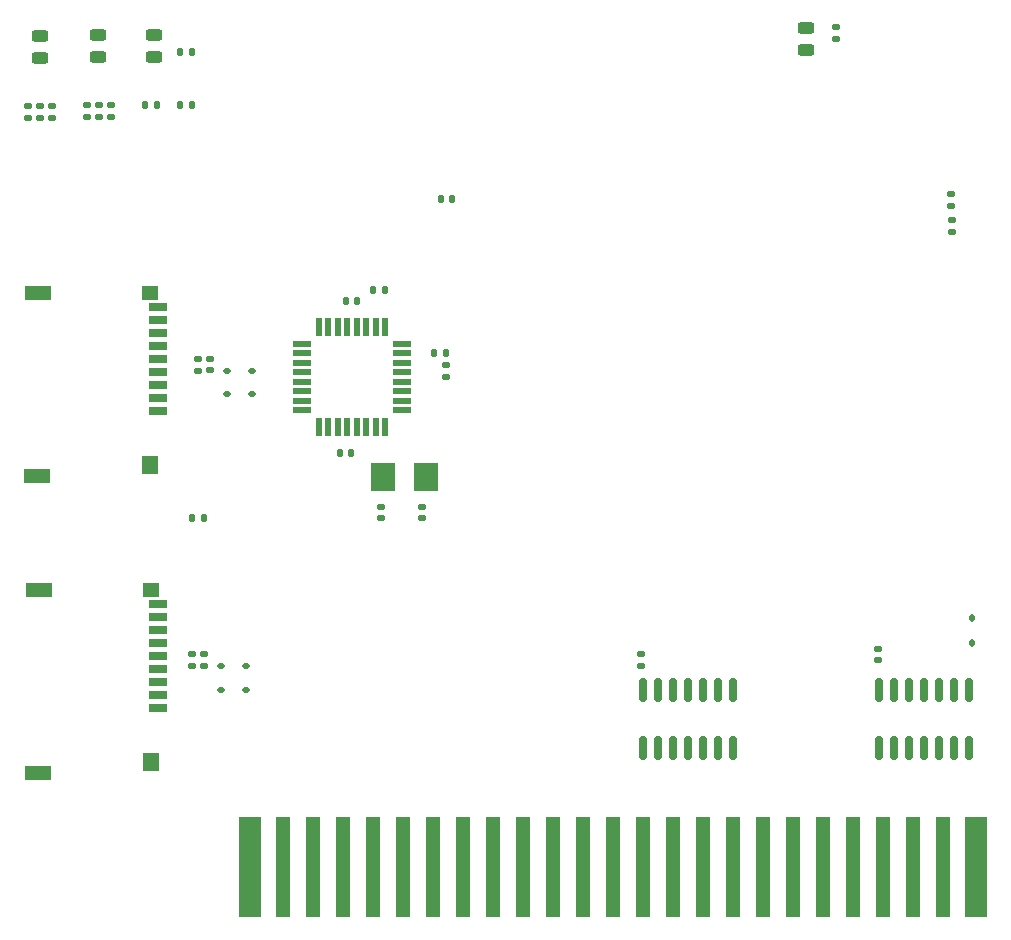
<source format=gtp>
G04 #@! TF.GenerationSoftware,KiCad,Pcbnew,8.0.8*
G04 #@! TF.CreationDate,2025-02-14T11:24:39-05:00*
G04 #@! TF.ProjectId,Apple2CardCR,4170706c-6532-4436-9172-6443522e6b69,CR1.0A*
G04 #@! TF.SameCoordinates,Original*
G04 #@! TF.FileFunction,Paste,Top*
G04 #@! TF.FilePolarity,Positive*
%FSLAX46Y46*%
G04 Gerber Fmt 4.6, Leading zero omitted, Abs format (unit mm)*
G04 Created by KiCad (PCBNEW 8.0.8) date 2025-02-14 11:24:39*
%MOMM*%
%LPD*%
G01*
G04 APERTURE LIST*
G04 Aperture macros list*
%AMRoundRect*
0 Rectangle with rounded corners*
0 $1 Rounding radius*
0 $2 $3 $4 $5 $6 $7 $8 $9 X,Y pos of 4 corners*
0 Add a 4 corners polygon primitive as box body*
4,1,4,$2,$3,$4,$5,$6,$7,$8,$9,$2,$3,0*
0 Add four circle primitives for the rounded corners*
1,1,$1+$1,$2,$3*
1,1,$1+$1,$4,$5*
1,1,$1+$1,$6,$7*
1,1,$1+$1,$8,$9*
0 Add four rect primitives between the rounded corners*
20,1,$1+$1,$2,$3,$4,$5,0*
20,1,$1+$1,$4,$5,$6,$7,0*
20,1,$1+$1,$6,$7,$8,$9,0*
20,1,$1+$1,$8,$9,$2,$3,0*%
G04 Aperture macros list end*
%ADD10RoundRect,0.140000X-0.170000X0.140000X-0.170000X-0.140000X0.170000X-0.140000X0.170000X0.140000X0*%
%ADD11RoundRect,0.135000X-0.185000X0.135000X-0.185000X-0.135000X0.185000X-0.135000X0.185000X0.135000X0*%
%ADD12RoundRect,0.135000X-0.135000X-0.185000X0.135000X-0.185000X0.135000X0.185000X-0.135000X0.185000X0*%
%ADD13RoundRect,0.112500X0.112500X-0.187500X0.112500X0.187500X-0.112500X0.187500X-0.112500X-0.187500X0*%
%ADD14RoundRect,0.243750X0.456250X-0.243750X0.456250X0.243750X-0.456250X0.243750X-0.456250X-0.243750X0*%
%ADD15RoundRect,0.112500X-0.187500X-0.112500X0.187500X-0.112500X0.187500X0.112500X-0.187500X0.112500X0*%
%ADD16RoundRect,0.140000X0.170000X-0.140000X0.170000X0.140000X-0.170000X0.140000X-0.170000X-0.140000X0*%
%ADD17R,1.400000X1.600000*%
%ADD18R,2.200000X1.200000*%
%ADD19R,1.600000X0.700000*%
%ADD20R,1.400000X1.200000*%
%ADD21RoundRect,0.140000X0.140000X0.170000X-0.140000X0.170000X-0.140000X-0.170000X0.140000X-0.170000X0*%
%ADD22R,1.270000X8.530000*%
%ADD23R,1.910000X8.530000*%
%ADD24RoundRect,0.112500X0.187500X0.112500X-0.187500X0.112500X-0.187500X-0.112500X0.187500X-0.112500X0*%
%ADD25R,0.550000X1.600000*%
%ADD26R,1.600000X0.550000*%
%ADD27R,2.000000X2.400000*%
%ADD28RoundRect,0.150000X0.150000X-0.825000X0.150000X0.825000X-0.150000X0.825000X-0.150000X-0.825000X0*%
%ADD29RoundRect,0.135000X0.185000X-0.135000X0.185000X0.135000X-0.185000X0.135000X-0.185000X-0.135000X0*%
%ADD30RoundRect,0.135000X0.135000X0.185000X-0.135000X0.185000X-0.135000X-0.185000X0.135000X-0.185000X0*%
G04 APERTURE END LIST*
D10*
G04 #@! TO.C,C2*
X131500000Y-68520000D03*
X131500000Y-69480000D03*
G04 #@! TD*
D11*
G04 #@! TO.C,R24*
X106650000Y-34550000D03*
X106650000Y-35570000D03*
G04 #@! TD*
D12*
G04 #@! TO.C,R15*
X115490000Y-69500000D03*
X116510000Y-69500000D03*
G04 #@! TD*
D13*
G04 #@! TO.C,D8*
X181500000Y-80050000D03*
X181500000Y-77950000D03*
G04 #@! TD*
D14*
G04 #@! TO.C,D1*
X107550000Y-30487500D03*
X107550000Y-28612500D03*
G04 #@! TD*
D15*
G04 #@! TO.C,D5*
X117950000Y-82000000D03*
X120050000Y-82000000D03*
G04 #@! TD*
D16*
G04 #@! TO.C,C8*
X179800000Y-43040000D03*
X179800000Y-42080000D03*
G04 #@! TD*
D17*
G04 #@! TO.C,U5*
X112020000Y-90160000D03*
D18*
X102520000Y-75560000D03*
D19*
X112620000Y-85560000D03*
X112620000Y-84460000D03*
X112620000Y-83360000D03*
X112620000Y-82260000D03*
X112620000Y-81160000D03*
X112620000Y-80060000D03*
X112620000Y-78960000D03*
X112620000Y-77860000D03*
X112620000Y-76760000D03*
D20*
X112020000Y-75560000D03*
D18*
X102420000Y-91060000D03*
G04 #@! TD*
D14*
G04 #@! TO.C,D11*
X112311000Y-30487500D03*
X112311000Y-28612500D03*
G04 #@! TD*
D16*
G04 #@! TO.C,C10*
X153500000Y-81980000D03*
X153500000Y-81020000D03*
G04 #@! TD*
D21*
G04 #@! TO.C,C9*
X128980000Y-64000000D03*
X128020000Y-64000000D03*
G04 #@! TD*
D16*
G04 #@! TO.C,C6*
X117000000Y-56980000D03*
X117000000Y-56020000D03*
G04 #@! TD*
D12*
G04 #@! TO.C,R3*
X114490000Y-34500000D03*
X115510000Y-34500000D03*
G04 #@! TD*
D14*
G04 #@! TO.C,D9*
X102650000Y-30550000D03*
X102650000Y-28675000D03*
G04 #@! TD*
D22*
G04 #@! TO.C,BUS1*
X123180000Y-99050000D03*
X125720000Y-99050000D03*
X128260000Y-99050000D03*
X130800000Y-99050000D03*
X133340000Y-99050000D03*
X135880000Y-99050000D03*
X138420000Y-99050000D03*
X140960000Y-99050000D03*
X143500000Y-99050000D03*
X146040000Y-99050000D03*
X148580000Y-99050000D03*
X151120000Y-99050000D03*
X153660000Y-99050000D03*
X156200000Y-99050000D03*
X158740000Y-99050000D03*
X161280000Y-99050000D03*
X163820000Y-99050000D03*
X166360000Y-99050000D03*
X168900000Y-99050000D03*
X171440000Y-99050000D03*
X173980000Y-99050000D03*
X176520000Y-99050000D03*
X179060000Y-99050000D03*
D23*
X181854000Y-99050000D03*
X120386000Y-99050000D03*
G04 #@! TD*
D11*
G04 #@! TO.C,R13*
X103650000Y-34602500D03*
X103650000Y-35622500D03*
G04 #@! TD*
D24*
G04 #@! TO.C,D4*
X120550000Y-59000000D03*
X118450000Y-59000000D03*
G04 #@! TD*
D25*
G04 #@! TO.C,U1*
X126250000Y-61800000D03*
X127050000Y-61800000D03*
X127850000Y-61800000D03*
X128650000Y-61800000D03*
X129450000Y-61800000D03*
X130250000Y-61800000D03*
X131050000Y-61800000D03*
X131850000Y-61800000D03*
D26*
X133300000Y-60350000D03*
X133300000Y-59550000D03*
X133300000Y-58750000D03*
X133300000Y-57950000D03*
X133300000Y-57150000D03*
X133300000Y-56350000D03*
X133300000Y-55550000D03*
X133300000Y-54750000D03*
D25*
X131850000Y-53300000D03*
X131050000Y-53300000D03*
X130250000Y-53300000D03*
X129450000Y-53300000D03*
X128650000Y-53300000D03*
X127850000Y-53300000D03*
X127050000Y-53300000D03*
X126250000Y-53300000D03*
D26*
X124800000Y-54750000D03*
X124800000Y-55550000D03*
X124800000Y-56350000D03*
X124800000Y-57150000D03*
X124800000Y-57950000D03*
X124800000Y-58750000D03*
X124800000Y-59550000D03*
X124800000Y-60350000D03*
G04 #@! TD*
D27*
G04 #@! TO.C,Y1*
X131650000Y-66000000D03*
X135350000Y-66000000D03*
G04 #@! TD*
D11*
G04 #@! TO.C,R26*
X101650000Y-34602500D03*
X101650000Y-35622500D03*
G04 #@! TD*
D12*
G04 #@! TO.C,R25*
X114490000Y-30050000D03*
X115510000Y-30050000D03*
G04 #@! TD*
D11*
G04 #@! TO.C,R16*
X137000000Y-56490000D03*
X137000000Y-57510000D03*
G04 #@! TD*
D28*
G04 #@! TO.C,U2*
X153690000Y-88975000D03*
X154960000Y-88975000D03*
X156230000Y-88975000D03*
X157500000Y-88975000D03*
X158770000Y-88975000D03*
X160040000Y-88975000D03*
X161310000Y-88975000D03*
X161310000Y-84025000D03*
X160040000Y-84025000D03*
X158770000Y-84025000D03*
X157500000Y-84025000D03*
X156230000Y-84025000D03*
X154960000Y-84025000D03*
X153690000Y-84025000D03*
G04 #@! TD*
D17*
G04 #@! TO.C,U6*
X111982000Y-65018000D03*
D18*
X102482000Y-50418000D03*
D19*
X112582000Y-60418000D03*
X112582000Y-59318000D03*
X112582000Y-58218000D03*
X112582000Y-57118000D03*
X112582000Y-56018000D03*
X112582000Y-54918000D03*
X112582000Y-53818000D03*
X112582000Y-52718000D03*
X112582000Y-51618000D03*
D20*
X111982000Y-50418000D03*
D18*
X102382000Y-65918000D03*
G04 #@! TD*
D11*
G04 #@! TO.C,R12*
X116000000Y-55990000D03*
X116000000Y-57010000D03*
G04 #@! TD*
D12*
G04 #@! TO.C,R2*
X111490000Y-34500000D03*
X112510000Y-34500000D03*
G04 #@! TD*
D16*
G04 #@! TO.C,C5*
X116500000Y-81980000D03*
X116500000Y-81020000D03*
G04 #@! TD*
D28*
G04 #@! TO.C,U3*
X173690000Y-88975000D03*
X174960000Y-88975000D03*
X176230000Y-88975000D03*
X177500000Y-88975000D03*
X178770000Y-88975000D03*
X180040000Y-88975000D03*
X181310000Y-88975000D03*
X181310000Y-84025000D03*
X180040000Y-84025000D03*
X178770000Y-84025000D03*
X177500000Y-84025000D03*
X176230000Y-84025000D03*
X174960000Y-84025000D03*
X173690000Y-84025000D03*
G04 #@! TD*
D10*
G04 #@! TO.C,C3*
X135000000Y-68520000D03*
X135000000Y-69480000D03*
G04 #@! TD*
D29*
G04 #@! TO.C,R19*
X170000000Y-28947500D03*
X170000000Y-27927500D03*
G04 #@! TD*
D30*
G04 #@! TO.C,R9*
X131860000Y-50150000D03*
X130840000Y-50150000D03*
G04 #@! TD*
D11*
G04 #@! TO.C,R1*
X179840000Y-44240000D03*
X179840000Y-45260000D03*
G04 #@! TD*
D24*
G04 #@! TO.C,D3*
X120050000Y-84050000D03*
X117950000Y-84050000D03*
G04 #@! TD*
D29*
G04 #@! TO.C,R10*
X102650000Y-35622500D03*
X102650000Y-34602500D03*
G04 #@! TD*
D14*
G04 #@! TO.C,D10*
X167500000Y-29875000D03*
X167500000Y-28000000D03*
G04 #@! TD*
D11*
G04 #@! TO.C,R14*
X108650000Y-34540000D03*
X108650000Y-35560000D03*
G04 #@! TD*
D30*
G04 #@! TO.C,R17*
X137010000Y-55500000D03*
X135990000Y-55500000D03*
G04 #@! TD*
D16*
G04 #@! TO.C,C11*
X173551000Y-81524000D03*
X173551000Y-80564000D03*
G04 #@! TD*
D11*
G04 #@! TO.C,R11*
X115500000Y-80990000D03*
X115500000Y-82010000D03*
G04 #@! TD*
D21*
G04 #@! TO.C,C7*
X137540000Y-42470000D03*
X136580000Y-42470000D03*
G04 #@! TD*
D29*
G04 #@! TO.C,R8*
X107650000Y-35570000D03*
X107650000Y-34550000D03*
G04 #@! TD*
D21*
G04 #@! TO.C,C1*
X129480000Y-51100000D03*
X128520000Y-51100000D03*
G04 #@! TD*
D15*
G04 #@! TO.C,D6*
X118450000Y-57000000D03*
X120550000Y-57000000D03*
G04 #@! TD*
M02*

</source>
